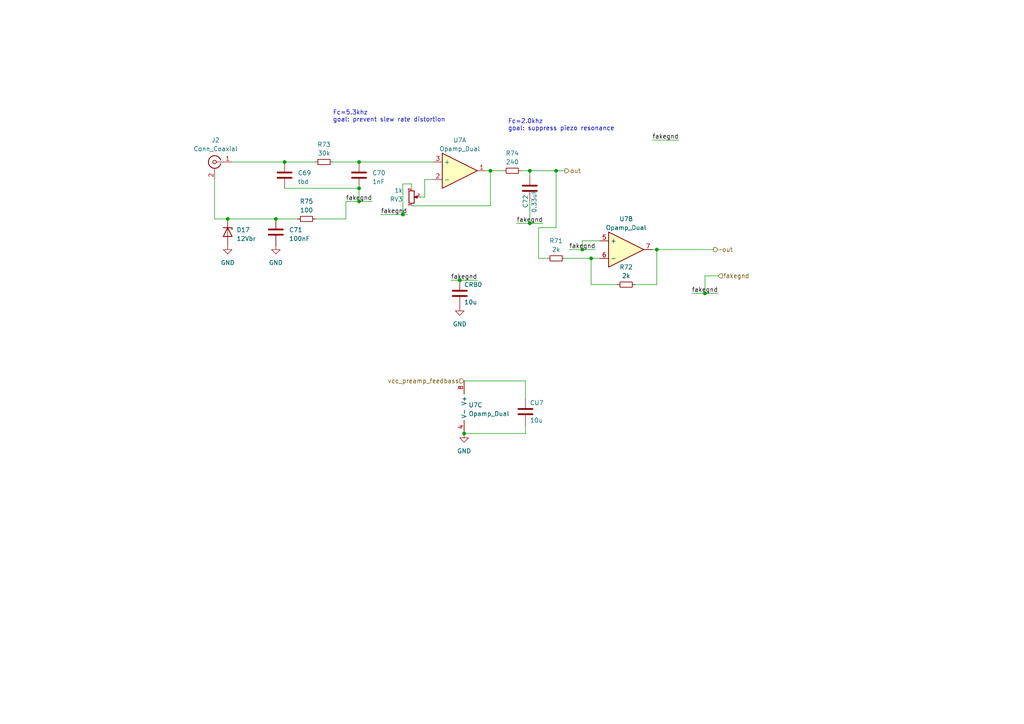
<source format=kicad_sch>
(kicad_sch (version 20231120) (generator "eeschema") (generator_version "8.0")
  (paper "A4")
  (lib_symbols
    (symbol "Connector:Conn_Coaxial" (pin_names (offset 1.016) hide)
      (property "Reference" "J" (at 0.254 3.048 0))
      (property "Value" "Conn_Coaxial" (at 2.921 0 90))
      (symbol "Conn_Coaxial_0_1"
        (arc (start -1.778 -0.508) (mid 0.2311 -1.8066) (end 1.778 0) (stroke (width 0.254)))
        (polyline (pts (xy -2.54 0) (xy -0.508 0)))
        (polyline (pts (xy 0 -2.54) (xy 0 -1.778)))
        (circle (center 0 0) (radius 0.508) (stroke (width 0.2032)))
        (arc (start 1.778 0) (mid 0.2099 1.8101) (end -1.778 0.508) (stroke (width 0.254)))
      )
      (symbol "Conn_Coaxial_1_1"
        (pin passive line (at -5.08 0 0) (length 2.54) (name "In") (number "1"))
        (pin passive line (at 0 -5.08 90) (length 2.54) (name "Ext") (number "2"))
      )
    )
    (symbol "Device:C" (pin_numbers hide) (pin_names (offset 0.254))
      (property "Reference" "C" (at 0.635 2.54 0))
      (property "Value" "C" (at 0.635 -2.54 0))
      (symbol "C_0_1"
        (polyline (pts (xy -2.032 -0.762) (xy 2.032 -0.762)) (stroke (width 0.508)))
        (polyline (pts (xy -2.032 0.762) (xy 2.032 0.762)) (stroke (width 0.508)))
      )
      (symbol "C_1_1"
        (pin passive line (at 0 3.81 270) (length 2.794) (name "~") (number "1"))
        (pin passive line (at 0 -3.81 90) (length 2.794) (name "~") (number "2"))
      )
    )
    (symbol "Device:D_Zener" (pin_numbers hide) (pin_names (offset 1.016) hide)
      (property "Reference" "D" (at 0 2.54 0))
      (property "Value" "D_Zener" (at 0 -2.54 0))
      (symbol "D_Zener_0_1"
        (polyline (pts (xy 1.27 0) (xy -1.27 0)))
        (polyline (pts (xy -1.27 -1.27) (xy -1.27 1.27) (xy -0.762 1.27)) (stroke (width 0.254)))
        (polyline (pts (xy 1.27 -1.27) (xy 1.27 1.27) (xy -1.27 0) (xy 1.27 -1.27)) (stroke (width 0.254)))
      )
      (symbol "D_Zener_1_1"
        (pin passive line (at -3.81 0 0) (length 2.54) (name "K") (number "1"))
        (pin passive line (at 3.81 0 180) (length 2.54) (name "A") (number "2"))
      )
    )
    (symbol "Device:Opamp_Dual"
      (property "Reference" "U" (at 0 5.08 0))
      (property "Value" "Opamp_Dual" (at 0 -5.08 0))
      (symbol "Opamp_Dual_1_1"
        (polyline (pts (xy -5.08 5.08) (xy 5.08 0) (xy -5.08 -5.08) (xy -5.08 5.08)) (stroke (width 0.254)) (fill (type background)))
        (pin output line (at 7.62 0 180) (length 2.54) (name "~") (number "1"))
        (pin input line (at -7.62 -2.54 0) (length 2.54) (name "-") (number "2"))
        (pin input line (at -7.62 2.54 0) (length 2.54) (name "+") (number "3"))
      )
      (symbol "Opamp_Dual_2_1"
        (polyline (pts (xy -5.08 5.08) (xy 5.08 0) (xy -5.08 -5.08) (xy -5.08 5.08)) (stroke (width 0.254)) (fill (type background)))
        (pin input line (at -7.62 2.54 0) (length 2.54) (name "+") (number "5"))
        (pin input line (at -7.62 -2.54 0) (length 2.54) (name "-") (number "6"))
        (pin output line (at 7.62 0 180) (length 2.54) (name "~") (number "7"))
      )
      (symbol "Opamp_Dual_3_1"
        (pin power_in line (at -2.54 -7.62 90) (length 3.81) (name "V-") (number "4"))
        (pin power_in line (at -2.54 7.62 270) (length 3.81) (name "V+") (number "8"))
      )
    )
    (symbol "Device:R_Potentiometer_Small" (pin_names (offset 1.016) hide)
      (property "Reference" "RV" (at -4.445 0 90))
      (property "Value" "R_Potentiometer_Small" (at -2.54 0 90))
      (symbol "R_Potentiometer_Small_0_1"
        (polyline (pts (xy 0.889 0) (xy 0.635 0) (xy 1.651 0.381) (xy 1.651 -0.381) (xy 0.635 0) (xy 0.889 0)) (fill (type outline)))
        (rectangle (start 0.762 1.8034) (end -0.762 -1.8034) (stroke (width 0.254)))
      )
      (symbol "R_Potentiometer_Small_1_1"
        (pin passive line (at 0 2.54 270) (length 0.635) (name "1") (number "1"))
        (pin passive line (at 2.54 0 180) (length 0.9906) (name "2") (number "2"))
        (pin passive line (at 0 -2.54 90) (length 0.635) (name "3") (number "3"))
      )
    )
    (symbol "Device:R_Small" (pin_numbers hide) (pin_names (offset 0.254) hide)
      (property "Reference" "R" (at 0.762 0.508 0))
      (property "Value" "R_Small" (at 0.762 -1.016 0))
      (symbol "R_Small_0_1"
        (rectangle (start -0.762 1.778) (end 0.762 -1.778) (stroke (width 0.2032)))
      )
      (symbol "R_Small_1_1"
        (pin passive line (at 0 2.54 270) (length 0.762) (name "~") (number "1"))
        (pin passive line (at 0 -2.54 90) (length 0.762) (name "~") (number "2"))
      )
    )
    (symbol "power:GND" (power) (pin_numbers hide) (pin_names (offset 0) hide)
      (property "Value" "GND" (at 0 -3.81 0))
      (symbol "GND_0_1"
        (polyline (pts (xy 0 0) (xy 0 -1.27) (xy 1.27 -1.27) (xy 0 -2.54) (xy -1.27 -1.27) (xy 0 -1.27)))
      )
      (symbol "GND_1_1"
        (pin power_in line (at 0 0 270) (length 0) (name "~") (number "1"))
      )
    )
  )
  (junction (at 82.55 46.99))
  (junction (at 190.5 72.39))
  (junction (at 153.67 64.77))
  (junction (at 80.01 63.5))
  (junction (at 168.91 72.39))
  (junction (at 153.67 49.53))
  (junction (at 104.14 46.99))
  (junction (at 161.29 49.53))
  (junction (at 116.84 62.23))
  (junction (at 142.24 49.53))
  (junction (at 66.04 63.5))
  (junction (at 204.47 85.09))
  (junction (at 171.45 74.93))
  (junction (at 104.14 54.61))
  (junction (at 134.62 125.73))
  (junction (at 104.14 58.42))
  (junction (at 133.35 81.28))
  (wire (pts (xy 121.92 57.15) (xy 123.19 57.15)))
  (wire (pts (xy 168.91 69.85) (xy 168.91 72.39)))
  (wire (pts (xy 80.01 63.5) (xy 86.36 63.5)))
  (wire (pts (xy 62.23 63.5) (xy 66.04 63.5)))
  (wire (pts (xy 66.04 63.5) (xy 80.01 63.5)))
  (wire (pts (xy 153.67 49.53) (xy 153.67 50.8)))
  (wire (pts (xy 168.91 72.39) (xy 172.72 72.39)))
  (wire (pts (xy 184.15 82.55) (xy 190.5 82.55)))
  (wire (pts (xy 96.52 46.99) (xy 104.14 46.99)))
  (wire (pts (xy 82.55 54.61) (xy 104.14 54.61)))
  (wire (pts (xy 110.49 62.23) (xy 116.84 62.23)))
  (wire (pts (xy 189.23 72.39) (xy 190.5 72.39)))
  (wire (pts (xy 62.23 52.07) (xy 62.23 63.5)))
  (wire (pts (xy 119.38 53.34) (xy 116.84 53.34)))
  (wire (pts (xy 123.19 52.07) (xy 123.19 57.15)))
  (wire (pts (xy 158.75 74.93) (xy 156.21 74.93)))
  (wire (pts (xy 116.84 53.34) (xy 116.84 62.23)))
  (wire (pts (xy 153.67 58.42) (xy 153.67 64.77)))
  (wire (pts (xy 161.29 49.53) (xy 163.83 49.53)))
  (wire (pts (xy 104.14 54.61) (xy 104.14 58.42)))
  (wire (pts (xy 100.33 58.42) (xy 104.14 58.42)))
  (wire (pts (xy 142.24 59.69) (xy 142.24 49.53)))
  (wire (pts (xy 208.28 80.01) (xy 204.47 80.01)))
  (wire (pts (xy 134.62 110.49) (xy 152.4 110.49)))
  (wire (pts (xy 156.21 74.93) (xy 156.21 66.04)))
  (wire (pts (xy 163.83 74.93) (xy 171.45 74.93)))
  (wire (pts (xy 82.55 46.99) (xy 91.44 46.99)))
  (wire (pts (xy 133.35 81.28) (xy 138.43 81.28)))
  (wire (pts (xy 104.14 58.42) (xy 107.95 58.42)))
  (wire (pts (xy 179.07 82.55) (xy 171.45 82.55)))
  (wire (pts (xy 104.14 46.99) (xy 125.73 46.99)))
  (wire (pts (xy 165.1 72.39) (xy 168.91 72.39)))
  (wire (pts (xy 119.38 54.61) (xy 119.38 53.34)))
  (wire (pts (xy 153.67 64.77) (xy 157.48 64.77)))
  (wire (pts (xy 91.44 63.5) (xy 100.33 63.5)))
  (wire (pts (xy 152.4 123.19) (xy 152.4 125.73)))
  (wire (pts (xy 171.45 74.93) (xy 173.99 74.93)))
  (wire (pts (xy 152.4 125.73) (xy 134.62 125.73)))
  (wire (pts (xy 171.45 82.55) (xy 171.45 74.93)))
  (wire (pts (xy 189.23 40.64) (xy 196.85 40.64)))
  (wire (pts (xy 100.33 63.5) (xy 100.33 58.42)))
  (wire (pts (xy 200.66 85.09) (xy 204.47 85.09)))
  (wire (pts (xy 149.86 64.77) (xy 153.67 64.77)))
  (wire (pts (xy 67.31 46.99) (xy 82.55 46.99)))
  (wire (pts (xy 156.21 66.04) (xy 161.29 66.04)))
  (wire (pts (xy 173.99 69.85) (xy 168.91 69.85)))
  (wire (pts (xy 152.4 115.57) (xy 152.4 110.49)))
  (wire (pts (xy 204.47 85.09) (xy 208.28 85.09)))
  (wire (pts (xy 190.5 72.39) (xy 207.01 72.39)))
  (wire (pts (xy 151.13 49.53) (xy 153.67 49.53)))
  (wire (pts (xy 190.5 82.55) (xy 190.5 72.39)))
  (wire (pts (xy 116.84 62.23) (xy 118.11 62.23)))
  (wire (pts (xy 161.29 66.04) (xy 161.29 49.53)))
  (wire (pts (xy 119.38 59.69) (xy 142.24 59.69)))
  (wire (pts (xy 142.24 49.53) (xy 140.97 49.53)))
  (wire (pts (xy 130.81 81.28) (xy 133.35 81.28)))
  (wire (pts (xy 153.67 49.53) (xy 161.29 49.53)))
  (wire (pts (xy 142.24 49.53) (xy 146.05 49.53)))
  (wire (pts (xy 123.19 52.07) (xy 125.73 52.07)))
  (wire (pts (xy 204.47 80.01) (xy 204.47 85.09)))
  (text "Fc=5.3khz\ngoal: prevent slew rate distortion" (at 96.52 35.56 0) (effects (font (size 1.27 1.27)) (justify left bottom)))
  (text "Fc=2.0khz\ngoal: suppress piezo resonance" (at 147.32 38.1 0) (effects (font (size 1.27 1.27)) (justify left bottom)))
  (label "fakegnd" (at 172.72 72.39 180))
  (label "fakegnd" (at 107.95 58.42 180))
  (label "fakegnd" (at 157.48 64.77 180))
  (label "fakegnd" (at 196.85 40.64 180))
  (label "fakegnd" (at 118.11 62.23 180))
  (label "fakegnd" (at 208.28 85.09 180))
  (label "fakegnd" (at 138.43 81.28 180))
  (hierarchical_label "fakegnd" (shape input) (at 208.28 80.01 0))
  (hierarchical_label "out" (shape output) (at 163.83 49.53 0))
  (hierarchical_label "~out" (shape output) (at 207.01 72.39 0))
  (hierarchical_label "vcc_preamp_feedbass" (shape input) (at 134.62 110.49 180))
  (symbol (lib_id "Device:C") (at 153.67 54.61 0) (unit 1)
    (property "Reference" "C72" (at 152.4 58.42 90))
    (property "Value" "0.33uF" (at 154.94 58.42 90))
    (property "Footprint" "Capacitor_SMD:C_1206_3216Metric" (effects (hide yes)))
    (instances (project "uberamp1" (path "" (reference "C72") (unit 1)) (path "" (reference "C76") (unit 1))))
  )
  (symbol (lib_id "Device:R_Small") (at 93.98 46.99 90) (unit 1)
    (property "Reference" "R73" (at 93.98 41.91 90))
    (property "Value" "30k" (at 93.98 44.45 90))
    (property "Footprint" "invendelirium_audio:R_0603" (effects (hide yes)))
    (instances (project "uberamp1" (path "" (reference "R73") (unit 1)) (path "" (reference "R101") (unit 1))))
  )
  (symbol (lib_id "power:GND") (at 66.04 71.12 0) (unit 1)
    (property "Reference" "#PWR0149" (effects (hide yes)))
    (property "Value" "GND" (at 66.04 76.2 0))
    (instances (project "uberamp1" (path "" (reference "#PWR0149") (unit 1)) (path "" (reference "#PWR0150") (unit 1))))
  )
  (symbol (lib_id "Device:C") (at 104.14 50.8 0) (unit 1)
    (property "Reference" "C70" (at 107.95 50.165 0) (effects (justify left)))
    (property "Value" "1nF" (at 107.95 52.705 0) (effects (justify left)))
    (property "Footprint" "Capacitor_SMD:C_0805_2012Metric" (effects (hide yes)))
    (instances (project "uberamp1" (path "" (reference "C70") (unit 1)) (path "" (reference "C75") (unit 1))))
  )
  (symbol (lib_id "Device:R_Small") (at 148.59 49.53 90) (unit 1)
    (property "Reference" "R74" (at 148.59 44.45 90))
    (property "Value" "240" (at 148.59 46.99 90))
    (property "Footprint" "invendelirium_audio:R_0603" (effects (hide yes)))
    (instances (project "uberamp1" (path "" (reference "R74") (unit 1)) (path "" (reference "R102") (unit 1))))
  )
  (symbol (lib_id "Device:C") (at 80.01 67.31 0) (unit 1)
    (property "Reference" "C71" (at 83.82 66.675 0) (effects (justify left)))
    (property "Value" "100nF" (at 83.82 69.215 0) (effects (justify left)))
    (property "Footprint" "invendelirium_audio:C_0603" (effects (hide yes)))
    (instances (project "uberamp1" (path "" (reference "C71") (unit 1)) (path "" (reference "C73") (unit 1))))
  )
  (symbol (lib_id "Device:C") (at 133.35 85.09 0) (unit 1)
    (property "Reference" "CRB0" (at 134.62 82.55 0) (effects (justify left)))
    (property "Value" "10u" (at 134.62 87.63 0) (effects (justify left)))
    (property "Footprint" "invendelirium_audio:C_0603" (effects (hide yes)))
    (property "Voltage" "16V" (effects (hide yes)))
    (instances (project "uberamp1" (path "" (reference "CRB0") (unit 1)) (path "" (reference "CRB1") (unit 1))))
  )
  (symbol (lib_id "Device:C") (at 82.55 50.8 0) (unit 1)
    (property "Reference" "C69" (at 86.36 50.165 0) (effects (justify left)))
    (property "Value" "tbd" (at 86.36 52.705 0) (effects (justify left)))
    (property "Footprint" "Capacitor_SMD:C_0805_2012Metric" (effects (hide yes)))
    (instances (project "uberamp1" (path "" (reference "C69") (unit 1)) (path "" (reference "C74") (unit 1))))
  )
  (symbol (lib_id "Device:Opamp_Dual") (at 181.61 72.39 0) (unit 2)
    (property "Reference" "U7" (at 181.61 63.5 0))
    (property "Value" "Opamp_Dual" (at 181.61 66.04 0))
    (property "Footprint" "invendelirium_audio:SOIC-8" (effects (hide yes)))
    (instances (project "uberamp1" (path "" (reference "U7") (unit 2)) (path "" (reference "U8") (unit 2))))
  )
  (symbol (lib_id "power:GND") (at 134.62 125.73 0) (unit 1)
    (property "Reference" "#PWR073" (effects (hide yes)))
    (property "Value" "GND" (at 134.62 130.81 0))
    (instances (project "uberamp1" (path "" (reference "#PWR073") (unit 1)) (path "" (reference "#PWR076") (unit 1))))
  )
  (symbol (lib_id "Connector:Conn_Coaxial") (at 62.23 46.99 0) (mirror y) (unit 1)
    (property "Reference" "J2" (at 62.5474 40.64 0))
    (property "Value" "Conn_Coaxial" (at 62.5474 43.18 0))
    (property "Footprint" "invendelirium_audio:mmcx_f_vert" (effects (hide yes)))
    (property "Datasheet" " ~" (effects (hide yes)))
    (instances (project "uberamp1" (path "" (reference "J2") (unit 1)) (path "" (reference "J?") (unit 1))))
  )
  (symbol (lib_id "Device:Opamp_Dual") (at 133.35 49.53 0) (unit 1)
    (property "Reference" "U7" (at 133.35 40.64 0))
    (property "Value" "Opamp_Dual" (at 133.35 43.18 0))
    (property "Footprint" "invendelirium_audio:SOIC-8" (effects (hide yes)))
    (instances (project "uberamp1" (path "" (reference "U7") (unit 1)) (path "" (reference "U8") (unit 1))))
  )
  (symbol (lib_id "Device:Opamp_Dual") (at 137.16 118.11 0) (unit 3)
    (property "Reference" "U7" (at 135.89 117.475 0) (effects (justify left)))
    (property "Value" "Opamp_Dual" (at 135.89 120.015 0) (effects (justify left)))
    (property "Footprint" "invendelirium_audio:SOIC-8" (effects (hide yes)))
    (instances (project "uberamp1" (path "" (reference "U7") (unit 3)) (path "" (reference "U8") (unit 3))))
  )
  (symbol (lib_id "Device:C") (at 152.4 119.38 0) (unit 1)
    (property "Reference" "CU7" (at 153.67 116.84 0) (effects (justify left)))
    (property "Value" "10u" (at 153.67 121.92 0) (effects (justify left)))
    (property "Footprint" "invendelirium_audio:C_0603" (effects (hide yes)))
    (property "Voltage" "16V" (effects (hide yes)))
    (instances (project "uberamp1" (path "" (reference "CU7") (unit 1)) (path "" (reference "CU8") (unit 1))))
  )
  (symbol (lib_id "power:GND") (at 80.01 71.12 0) (unit 1)
    (property "Reference" "#PWR074" (effects (hide yes)))
    (property "Value" "GND" (at 80.01 76.2 0))
    (instances (project "uberamp1" (path "" (reference "#PWR074") (unit 1)) (path "" (reference "#PWR075") (unit 1))))
  )
  (symbol (lib_id "power:GND") (at 133.35 88.9 0) (unit 1)
    (property "Reference" "#PWR082" (effects (hide yes)))
    (property "Value" "GND" (at 133.35 93.98 0))
    (instances (project "uberamp1" (path "" (reference "#PWR082") (unit 1)) (path "" (reference "#PWR083") (unit 1))))
  )
  (symbol (lib_id "Device:R_Small") (at 181.61 82.55 90) (unit 1)
    (property "Reference" "R72" (at 181.61 77.47 90))
    (property "Value" "2k" (at 181.61 80.01 90))
    (property "Footprint" "invendelirium_audio:R_0603" (effects (hide yes)))
    (instances (project "uberamp1" (path "" (reference "R72") (unit 1)) (path "" (reference "R104") (unit 1))))
  )
  (symbol (lib_id "Device:R_Potentiometer_Small") (at 119.38 57.15 0) (mirror x) (unit 1)
    (property "Reference" "RV3" (at 116.84 57.785 0) (effects (justify right)))
    (property "Value" "1k" (at 116.84 55.245 0) (effects (justify right)))
    (property "Footprint" "invendelirium_audio:PV37X" (effects (hide yes)))
    (property "Silkscreen" "se bias" (effects (hide yes)))
    (instances (project "uberamp1" (path "" (reference "RV3") (unit 1)) (path "" (reference "RV4") (unit 1))))
  )
  (symbol (lib_id "Device:R_Small") (at 161.29 74.93 90) (unit 1)
    (property "Reference" "R71" (at 161.29 69.85 90))
    (property "Value" "2k" (at 161.29 72.39 90))
    (property "Footprint" "invendelirium_audio:R_0603" (effects (hide yes)))
    (instances (project "uberamp1" (path "" (reference "R71") (unit 1)) (path "" (reference "R103") (unit 1))))
  )
  (symbol (lib_id "Device:D_Zener") (at 66.04 67.31 270) (unit 1)
    (property "Reference" "D17" (at 68.58 66.675 90) (effects (justify left)))
    (property "Value" "12Vbr" (at 68.58 69.215 90) (effects (justify left)))
    (property "Footprint" "Diode_SMD:D_SOD-323_HandSoldering" (effects (hide yes)))
    (property "PN" "P1CH7.0A-AU_R1_000A1" (effects (hide yes)))
    (instances (project "uberamp1" (path "" (reference "D17") (unit 1)) (path "" (reference "D?") (unit 1))))
  )
  (symbol (lib_id "Device:R_Small") (at 88.9 63.5 90) (unit 1)
    (property "Reference" "R75" (at 88.9 58.42 90))
    (property "Value" "100" (at 88.9 60.96 90))
    (property "Footprint" "invendelirium_audio:R_0603" (effects (hide yes)))
    (instances (project "uberamp1" (path "" (reference "R75") (unit 1)) (path "" (reference "R100") (unit 1))))
  )
)
</source>
